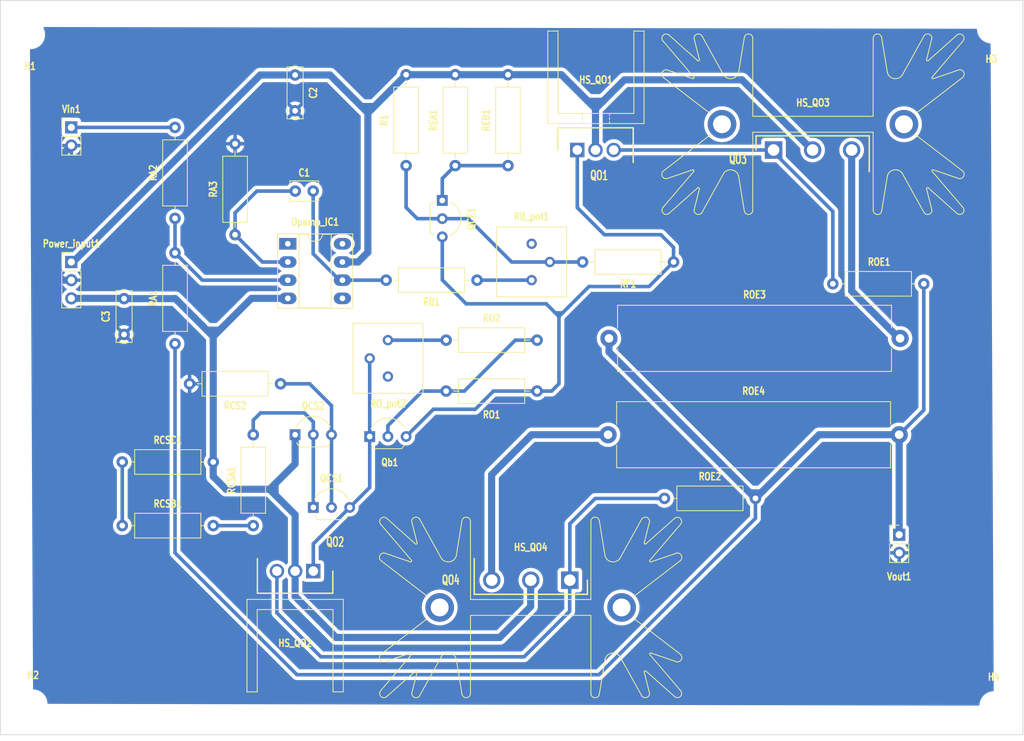
<source format=kicad_pcb>
(kicad_pcb (version 20221018) (generator pcbnew)
  (layers (0 "F.Cu" signal) (31 "B.Cu" signal) (34 "B.Paste" user) (35 "F.Paste" user) (36 "B.SilkS" user "B.Silkscreen") (37 "F.SilkS" user "F.Silkscreen") (38 "B.Mask" user) (39 "F.Mask" user) (44 "Edge.Cuts" user))
  (net 0 "")
  (net 1 "GND")
  (net 2 "Net-(Opamp_IC1-OUT)")
  (net 4 "Net-(Opamp_IC1-IN+)")
  (net 5 "-15V")
  (net 7 "+15V")
  (net 9 "Net-(QCS1-C)")
  (net 10 "Net-(Qb1-B)")
  (net 11 "Net-(QCE1-E)")
  (net 12 "Net-(QCE1-B)")
  (net 13 "Net-(QCE1-C)")
  (net 14 "Net-(QCS1-E)")
  (net 15 "Net-(QCS1-B)")
  (net 16 "Net-(QO1-E)")
  (net 17 "Net-(QO2-E)")
  (net 18 "Net-(QO3-E)")
  (net 19 "Net-(QO4-E)")
  (net 20 "/Vout")
  (net 21 "Net-(Vin1-Pin_1)")
  (net 22 "Net-(RB1-Pad1)")
  (net 24 "Net-(RO2-Pad1)")
  (net 26 "Net-(Opamp_IC1-IN-)")
  (net 27 "Net-(RCSA1-Pad1)")
  (net 28 "Net-(RCSB1-Pad1)")
  (footprint "Resistor_THT:R_Axial_DIN0309_L9.0mm_D3.2mm_P12.70mm_Horizontal" (layer "F.Cu") (at 98.806 87.884 180)
    (fp_text reference "RB1" (at 6.35 -3.048) (layer "F.SilkS") (effects (font (size 1 0.8) (thickness 0.2) bold)))
    (fp_text value "5.6k")
    (pad "1" thru_hole circle (at 0 0 180) (size 1.6 1.6) (drill 0.8) (layers "*.Cu" "*.Mask") (net 22 "Net-(RB1-Pad1)"))
    (pad "2" thru_hole oval (at 12.7 0 180) (size 1.6 1.6) (drill 0.8) (layers "*.Cu" "*.Mask") (net 2 "Net-(Opamp_IC1-OUT)"))
  )
  (footprint "Capacitor_THT:C_Rect_L7.0mm_W2.0mm_P5.00mm" (layer "F.Cu") (at 73.406 59.222 -90)
    (fp_text reference "C2" (at 2.5 -2.54 90) (layer "F.SilkS") (effects (font (size 1 0.8) (thickness 0.2) bold)))
    (fp_text value "0.22u")
    (pad "1" thru_hole circle (at 0 0 270) (size 1.6 1.6) (drill 0.8) (layers "*.Cu" "*.Mask") (net 7 "+15V"))
    (pad "2" thru_hole circle (at 5 0 270) (size 1.6 1.6) (drill 0.8) (layers "*.Cu" "*.Mask") (net 1 "GND"))
  )
  (footprint "SamacSys_Parts:TO254P483X1010X2035-3P" (layer "F.Cu") (at 112.8 69.7)
    (fp_text reference "QO1" (at 3.048 3.556) (layer "F.SilkS") (effects (font (size 1.27 0.8) (thickness 0.2))))
    (fp_text value "MJE15034G" hide)
    (pad "1" thru_hole rect (at 0 0) (size 2.01 2.01) (drill 1.34) (layers "*.Cu" "*.Mask") (net 13 "Net-(QCE1-C)"))
    (pad "2" thru_hole circle (at 2.54 0) (size 2.01 2.01) (drill 1.34) (layers "*.Cu" "*.Mask") (net 7 "+15V"))
    (pad "3" thru_hole circle (at 5.08 0) (size 2.01 2.01) (drill 1.34) (layers "*.Cu" "*.Mask") (net 16 "Net-(QO1-E)"))
  )
  (footprint "Connector_PinHeader_2.54mm:PinHeader_1x03_P2.54mm_Vertical" (layer "F.Cu") (at 42.164 85.344)
    (fp_text reference "Power_input1" (at 0 -2.555) (layer "F.SilkS") (effects (font (size 1 0.8) (thickness 0.2) bold)))
    (fp_text value "Conn_01x03")
    (pad "1" thru_hole rect (at 0 0) (size 1.7 1.7) (drill 1) (layers "*.Cu" "*.Mask") (net 7 "+15V"))
    (pad "2" thru_hole oval (at 0 2.54) (size 1.7 1.7) (drill 1) (layers "*.Cu" "*.Mask") (net 1 "GND"))
    (pad "3" thru_hole oval (at 0 5.08) (size 1.7 1.7) (drill 1) (layers "*.Cu" "*.Mask") (net 5 "-15V"))
  )
  (footprint "Resistor_THT:R_Axial_DIN0309_L9.0mm_D3.2mm_P12.70mm_Horizontal" (layer "F.Cu") (at 56.642 96.774 90)
    (fp_text reference "RA1" (at 6.35 -3.048 90) (layer "F.SilkS") (effects (font (size 1 0.8) (thickness 0.2) bold)))
    (fp_text value "100k")
    (pad "1" thru_hole circle (at 0 0 90) (size 1.6 1.6) (drill 0.8) (layers "*.Cu" "*.Mask") (net 20 "/Vout"))
    (pad "2" thru_hole oval (at 12.7 0 90) (size 1.6 1.6) (drill 0.8) (layers "*.Cu" "*.Mask") (net 4 "Net-(Opamp_IC1-IN+)"))
  )
  (footprint "Resistor_THT:R_Axial_DIN0309_L9.0mm_D3.2mm_P12.70mm_Horizontal" (layer "F.Cu") (at 71.374 102.362 180)
    (fp_text reference "RCS2" (at 6.35 -3.048) (layer "F.SilkS") (effects (font (size 1 0.8) (thickness 0.2) bold)))
    (fp_text value "12k")
    (pad "1" thru_hole circle (at 0 0 180) (size 1.6 1.6) (drill 0.8) (layers "*.Cu" "*.Mask") (net 15 "Net-(QCS1-B)"))
    (pad "2" thru_hole oval (at 12.7 0 180) (size 1.6 1.6) (drill 0.8) (layers "*.Cu" "*.Mask") (net 1 "GND"))
  )
  (footprint "Resistor_THT:R_Axial_DIN0309_L9.0mm_D3.2mm_P12.70mm_Horizontal" (layer "F.Cu") (at 95.758 71.882 90)
    (fp_text reference "REA1" (at 6.35 -3.048 90) (layer "F.SilkS") (effects (font (size 1 0.8) (thickness 0.2) bold)))
    (fp_text value "47")
    (pad "1" thru_hole circle (at 0 0 90) (size 1.6 1.6) (drill 0.8) (layers "*.Cu" "*.Mask") (net 11 "Net-(QCE1-E)"))
    (pad "2" thru_hole oval (at 12.7 0 90) (size 1.6 1.6) (drill 0.8) (layers "*.Cu" "*.Mask") (net 7 "+15V"))
  )
  (footprint "Resistor_THT:R_Axial_DIN0309_L9.0mm_D3.2mm_P12.70mm_Horizontal" (layer "F.Cu") (at 161.174 88.392 180)
    (fp_text reference "ROE1" (at 6.234 3.048) (layer "F.SilkS") (effects (font (size 1 0.8) (thickness 0.2) bold)))
    (fp_text value "1k")
    (pad "1" thru_hole circle (at 0 0 180) (size 1.6 1.6) (drill 0.8) (layers "*.Cu" "*.Mask") (net 20 "/Vout"))
    (pad "2" thru_hole oval (at 12.7 0 180) (size 1.6 1.6) (drill 0.8) (layers "*.Cu" "*.Mask") (net 16 "Net-(QO1-E)"))
  )
  (footprint "Package_TO_SOT_THT:TO-92L_Inline_Wide" (layer "F.Cu") (at 73.406 109.474)
    (fp_text reference "QCS2" (at 2.54 -4.006) (layer "F.SilkS") (effects (font (size 1 0.8) (thickness 0.2) bold)))
    (fp_text value "2N5551")
    (pad "1" thru_hole rect (at 0 0) (size 1.5 1.5) (drill 0.8) (layers "*.Cu" "*.Mask") (net 5 "-15V"))
    (pad "2" thru_hole circle (at 2.54 0) (size 1.5 1.5) (drill 0.8) (layers "*.Cu" "*.Mask") (net 14 "Net-(QCS1-E)"))
    (pad "3" thru_hole circle (at 5.08 0) (size 1.5 1.5) (drill 0.8) (layers "*.Cu" "*.Mask") (net 15 "Net-(QCS1-B)"))
  )
  (footprint "Heatsink:Heatsink_Fischer_SK129-STS_42x25mm_2xDrill2.5mm" (layer "F.Cu") (at 145.7 66.1)
    (fp_text reference "HS_QO3" (at 0 -3) (layer "F.SilkS") (effects (font (size 1 0.8) (thickness 0.2))))
    (fp_text value "Heatsink")
    (pad "1" thru_hole circle (at -12.7 0 180) (size 4 4) (drill 2.5) (layers "*.Cu" "*.Mask"))
    (pad "1" thru_hole circle (at 12.7 0) (size 4 4) (drill 2.5) (layers "*.Cu" "*.Mask"))
  )
  (footprint "Capacitor_THT:C_Rect_L7.0mm_W2.0mm_P5.00mm" (layer "F.Cu") (at 49.53 95.464 90)
    (fp_text reference "C3" (at 2.5 -2.54 90) (layer "F.SilkS") (effects (font (size 1 0.8) (thickness 0.2) bold)))
    (fp_text value "0.22u")
    (pad "1" thru_hole circle (at 0 0 90) (size 1.6 1.6) (drill 0.8) (layers "*.Cu" "*.Mask") (net 1 "GND"))
    (pad "2" thru_hole circle (at 5 0 90) (size 1.6 1.6) (drill 0.8) (layers "*.Cu" "*.Mask") (net 5 "-15V"))
  )
  (footprint "Resistor_THT:R_Axial_DIN0309_L9.0mm_D3.2mm_P12.70mm_Horizontal" (layer "F.Cu") (at 56.642 79.248 90)
    (fp_text reference "RA2" (at 6.35 -3.048 90) (layer "F.SilkS") (effects (font (size 1 0.8) (thickness 0.2) bold)))
    (fp_text value "22k")
    (pad "1" thru_hole circle (at 0 0 90) (size 1.6 1.6) (drill 0.8) (layers "*.Cu" "*.Mask") (net 4 "Net-(Opamp_IC1-IN+)"))
    (pad "2" thru_hole oval (at 12.7 0 90) (size 1.6 1.6) (drill 0.8) (layers "*.Cu" "*.Mask") (net 21 "Net-(Vin1-Pin_1)"))
  )
  (footprint "Package_TO_SOT_THT:TO-92L_Inline_Wide" (layer "F.Cu") (at 93.95 76.75 -90)
    (fp_text reference "QCE1" (at 2.54 -4.064 90) (layer "F.SilkS") (effects (font (size 1 0.8) (thickness 0.2) bold)))
    (fp_text value "2N3906")
    (pad "1" thru_hole rect (at 0 0 270) (size 1.5 1.5) (drill 0.8) (layers "*.Cu" "*.Mask") (net 11 "Net-(QCE1-E)"))
    (pad "2" thru_hole circle (at 2.54 0 270) (size 1.5 1.5) (drill 0.8) (layers "*.Cu" "*.Mask") (net 12 "Net-(QCE1-B)"))
    (pad "3" thru_hole circle (at 5.08 0 270) (size 1.5 1.5) (drill 0.8) (layers "*.Cu" "*.Mask") (net 13 "Net-(QCE1-C)"))
  )
  (footprint "Resistor_THT:R_Axial_DIN0309_L9.0mm_D3.2mm_P12.70mm_Horizontal" (layer "F.Cu") (at 94.488 96.266)
    (fp_text reference "RO2" (at 6.35 -3.048) (layer "F.SilkS") (effects (font (size 1 0.8) (thickness 0.2) bold)))
    (fp_text value "820")
    (pad "1" thru_hole circle (at 0 0) (size 1.6 1.6) (drill 0.8) (layers "*.Cu" "*.Mask") (net 24 "Net-(RO2-Pad1)"))
    (pad "2" thru_hole oval (at 12.7 0) (size 1.6 1.6) (drill 0.8) (layers "*.Cu" "*.Mask") (net 10 "Net-(Qb1-B)"))
  )
  (footprint "SamacSys_Parts:TO545P500X1560X2380-3P" (layer "F.Cu") (at 140.2 69.7)
    (fp_text reference "QO3" (at -4.964 1.287) (layer "F.SilkS") (effects (font (size 1.27 0.8) (thickness 0.2))))
    (fp_text value "NJW3281G" hide)
    (pad "1" thru_hole rect (at 0 0) (size 2.43 2.43) (drill 1.62) (layers "*.Cu" "*.Mask") (net 16 "Net-(QO1-E)"))
    (pad "2" thru_hole circle (at 5.45 0) (size 2.43 2.43) (drill 1.62) (layers "*.Cu" "*.Mask") (net 7 "+15V"))
    (pad "3" thru_hole circle (at 10.9 0) (size 2.43 2.43) (drill 1.62) (layers "*.Cu" "*.Mask") (net 18 "Net-(QO3-E)"))
  )
  (footprint "Potentiometer_THT:Potentiometer_Bourns_3386P_Vertical" (layer "F.Cu") (at 106.426 87.884)
    (fp_text reference "RB_pot1" (at 0 -8.89) (layer "F.SilkS") (effects (font (size 1 0.8) (thickness 0.2) bold)))
    (fp_text value "5k")
    (pad "1" thru_hole circle (at 0 0) (size 1.44 1.44) (drill 0.8) (layers "*.Cu" "*.Mask") (net 22 "Net-(RB1-Pad1)"))
    (pad "2" thru_hole circle (at 2.54 -2.54) (size 1.44 1.44) (drill 0.8) (layers "*.Cu" "*.Mask") (net 12 "Net-(QCE1-B)"))
    (pad "3" thru_hole circle (at 0 -5.08) (size 1.44 1.44) (drill 0.8) (layers "*.Cu" "*.Mask"))
  )
  (footprint "Connector_PinHeader_2.54mm:PinHeader_1x02_P2.54mm_Vertical" (layer "F.Cu") (at 42.164 66.543)
    (fp_text reference "Vin1" (at 0 -2.54) (layer "F.SilkS") (effects (font (size 1 0.8) (thickness 0.2) bold)))
    (fp_text value "Conn_01x02")
    (pad "1" thru_hole rect (at 0 0) (size 1.7 1.7) (drill 1) (layers "*.Cu" "*.Mask") (net 21 "Net-(Vin1-Pin_1)"))
    (pad "2" thru_hole oval (at 0 2.54) (size 1.7 1.7) (drill 1) (layers "*.Cu" "*.Mask") (net 1 "GND"))
  )
  (footprint "Package_DIP:DIP-8_W7.62mm_Socket_LongPads" (layer "F.Cu") (at 72.39 82.804)
    (fp_text reference "Opamp_IC1" (at 3.81 -3.048) (layer "F.SilkS") (effects (font (size 1 0.8) (thickness 0.2) bold)))
    (fp_text value "LF411CP")
    (pad "1" thru_hole rect (at 0 0) (size 2.4 1.6) (drill 0.8) (layers "*.Cu" "*.Mask"))
    (pad "2" thru_hole oval (at 0 2.54) (size 2.4 1.6) (drill 0.8) (layers "*.Cu" "*.Mask") (net 26 "Net-(Opamp_IC1-IN-)"))
    (pad "3" thru_hole oval (at 0 5.08) (size 2.4 1.6) (drill 0.8) (layers "*.Cu" "*.Mask") (net 4 "Net-(Opamp_IC1-IN+)"))
    (pad "4" thru_hole oval (at 0 7.62) (size 2.4 1.6) (drill 0.8) (layers "*.Cu" "*.Mask") (net 5 "-15V"))
    (pad "5" thru_hole oval (at 7.62 7.62) (size 2.4 1.6) (drill 0.8) (layers "*.Cu" "*.Mask"))
    (pad "6" thru_hole oval (at 7.62 5.08) (size 2.4 1.6) (drill 0.8) (layers "*.Cu" "*.Mask") (net 2 "Net-(Opamp_IC1-OUT)"))
    (pad "7" thru_hole oval (at 7.62 2.54) (size 2.4 1.6) (drill 0.8) (layers "*.Cu" "*.Mask") (net 7 "+15V"))
    (pad "8" thru_hole oval (at 7.62 0) (size 2.4 1.6) (drill 0.8) (layers "*.Cu" "*.Mask"))
  )
  (footprint "Package_TO_SOT_THT:TO-92L_Inline_Wide" (layer "F.Cu") (at 83.82 109.728)
    (fp_text reference "Qb1" (at 2.804 3.614) (layer "F.SilkS") (effects (font (size 1 0.8) (thickness 0.2) bold)))
    (fp_text value "2N5551")
    (pad "1" thru_hole rect (at 0 0) (size 1.5 1.5) (drill 0.8) (layers "*.Cu" "*.Mask") (net 9 "Net-(QCS1-C)"))
    (pad "2" thru_hole circle (at 2.54 0) (size 1.5 1.5) (drill 0.8) (layers "*.Cu" "*.Mask") (net 10 "Net-(Qb1-B)"))
    (pad "3" thru_hole circle (at 5.08 0) (size 1.5 1.5) (drill 0.8) (layers "*.Cu" "*.Mask") (net 13 "Net-(QCE1-C)"))
  )
  (footprint "Resistor_THT:R_Axial_DIN0309_L9.0mm_D3.2mm_P12.70mm_Horizontal" (layer "F.Cu") (at 49.276 122.174)
    (fp_text reference "RCSB1" (at 6.35 -3.048) (layer "F.SilkS") (effects (font (size 1 0.8) (thickness 0.2) bold)))
    (fp_text value "10")
    (pad "1" thru_hole circle (at 0 0) (size 1.6 1.6) (drill 0.8) (layers "*.Cu" "*.Mask") (net 28 "Net-(RCSB1-Pad1)"))
    (pad "2" thru_hole oval (at 12.7 0) (size 1.6 1.6) (drill 0.8) (layers "*.Cu" "*.Mask") (net 27 "Net-(RCSA1-Pad1)"))
  )
  (footprint "MountingHole:MountingHole_3mm" (layer "F.Cu") (at 36.83 147.066)
    (fp_text reference "H2" (at 0 -4) (layer "F.SilkS") (effects (font (size 1 0.8) (thickness 0.2) bold)))
    (fp_text value "MountingHole")
    (pad "" np_thru_hole circle (at 0 0) (size 3 3) (drill 3) (layers "*.Cu" "*.Mask"))
  )
  (footprint "Resistor_THT:R_Axial_Power_L38.0mm_W9.0mm_P40.64mm" (layer "F.Cu") (at 117.221 96.012)
    (fp_text reference "ROE3" (at 20.32 -6.096) (layer "F.SilkS") (effects (font (size 1 0.8) (thickness 0.2) bold)))
    (fp_text value "0.25 (10W)")
    (pad "1" thru_hole circle (at 0 0) (size 2.4 2.4) (drill 1.2) (layers "*.Cu" "*.Mask") (net 20 "/Vout"))
    (pad "2" thru_hole oval (at 40.64 0) (size 2.4 2.4) (drill 1.2) (layers "*.Cu" "*.Mask") (net 18 "Net-(QO3-E)"))
  )
  (footprint "Resistor_THT:R_Axial_DIN0309_L9.0mm_D3.2mm_P12.70mm_Horizontal" (layer "F.Cu") (at 103.124 71.882 90)
    (fp_text reference "REB1" (at 6.35 -3.048 90) (layer "F.SilkS") (effects (font (size 1 0.8) (thickness 0.2) bold)))
    (fp_text value "47")
    (pad "1" thru_hole circle (at 0 0 90) (size 1.6 1.6) (drill 0.8) (layers "*.Cu" "*.Mask") (net 11 "Net-(QCE1-E)"))
    (pad "2" thru_hole oval (at 12.7 0 90) (size 1.6 1.6) (drill 0.8) (layers "*.Cu" "*.Mask") (net 7 "+15V"))
  )
  (footprint "Heatsink:Heatsink_Stonecold_HS-S03_13.21x12.7mm" (layer "F.Cu") (at 73.406 132.588)
    (fp_text reference "HS_QO2" (at 0 6) (layer "F.SilkS") (effects (font (size 1 0.8) (thickness 0.2))))
    (fp_text value "Heatsink")
  )
  (footprint "Resistor_THT:R_Axial_DIN0309_L9.0mm_D3.2mm_P12.70mm_Horizontal" (layer "F.Cu") (at 126.238 85.344 180)
    (fp_text reference "RF1" (at 6.35 -3.048) (layer "F.SilkS") (effects (font (size 1 0.8) (thickness 0.2) bold)))
    (fp_text value "82k")
    (pad "1" thru_hole circle (at 0 0 180) (size 1.6 1.6) (drill 0.8) (layers "*.Cu" "*.Mask") (net 13 "Net-(QCE1-C)"))
    (pad "2" thru_hole oval (at 12.7 0 180) (size 1.6 1.6) (drill 0.8) (layers "*.Cu" "*.Mask") (net 12 "Net-(QCE1-B)"))
  )
  (footprint "Package_TO_SOT_THT:TO-92L_Inline_Wide" (layer "F.Cu") (at 75.946 119.634)
    (fp_text reference "QCS1" (at 2.54 -4.064) (layer "F.SilkS") (effects (font (size 1 0.8) (thickness 0.2) bold)))
    (fp_text value "2N5551")
    (pad "1" thru_hole rect (at 0 0) (size 1.5 1.5) (drill 0.8) (layers "*.Cu" "*.Mask") (net 14 "Net-(QCS1-E)"))
    (pad "2" thru_hole circle (at 2.54 0) (size 1.5 1.5) (drill 0.8) (layers "*.Cu" "*.Mask") (net 15 "Net-(QCS1-B)"))
    (pad "3" thru_hole circle (at 5.08 0) (size 1.5 1.5) (drill 0.8) (layers "*.Cu" "*.Mask") (net 9 "Net-(QCS1-C)"))
  )
  (footprint "SamacSys_Parts:TO254P483X1010X2035-3P" (layer "F.Cu") (at 75.946 128.524 180)
    (fp_text reference "QO2" (at -3.048 4.064) (layer "F.SilkS") (effects (font (size 1.27 0.8) (thickness 0.2))))
    (fp_text value "MJE15035G" hide)
    (pad "1" thru_hole rect (at 0 0 180) (size 2.01 2.01) (drill 1.34) (layers "*.Cu" "*.Mask") (net 9 "Net-(QCS1-C)"))
    (pad "2" thru_hole circle (at 2.54 0 180) (size 2.01 2.01) (drill 1.34) (layers "*.Cu" "*.Mask") (net 5 "-15V"))
    (pad "3" thru_hole circle (at 5.08 0 180) (size 2.01 2.01) (drill 1.34) (layers "*.Cu" "*.Mask") (net 17 "Net-(QO2-E)"))
  )
  (footprint "MountingHole:MountingHole_3mm" (layer "F.Cu") (at 170.6 52.8)
    (fp_text reference "H3" (at 0 4.2) (layer "F.SilkS") (effects (font (size 1 0.8) (thickness 0.2) bold)))
    (fp_text value "MountingHole")
    (pad "" np_thru_hole circle (at 0 0) (size 3 3) (drill 3) (layers "*.Cu" "*.Mask"))
  )
  (footprint "SamacSys_Parts:TO545P500X1560X2380-3P" (layer "F.Cu") (at 111.76 129.794 180)
    (fp_text reference "QO4" (at 16.626 0.017) (layer "F.SilkS") (effects (font (size 1.27 0.8) (thickness 0.2))))
    (fp_text value "NJW1302G" hide)
    (pad "1" thru_hole rect (at 0 0 180) (size 2.43 2.43) (drill 1.62) (layers "*.Cu" "*.Mask") (net 17 "Net-(QO2-E)"))
    (pad "2" thru_hole circle (at 5.45 0 180) (size 2.43 2.43) (drill 1.62) (layers "*.Cu" "*.Mask") (net 5 "-15V"))
    (pad "3" thru_hole circle (at 10.9 0 180) (size 2.43 2.43) (drill 1.62) (layers "*.Cu" "*.Mask") (net 19 "Net-(QO4-E)"))
  )
  (footprint "Connector_PinHeader_2.54mm:PinHeader_1x02_P2.54mm_Vertical" (layer "F.Cu") (at 157.734 123.444)
    (fp_text reference "Vout1" (at 0 5.847) (layer "F.SilkS") (effects (font (size 1 0.8) (thickness 0.2) bold)))
    (fp_text value "Conn_01x02")
    (pad "1" thru_hole rect (at 0 0) (size 1.7 1.7) (drill 1) (layers "*.Cu" "*.Mask") (net 20 "/Vout"))
    (pad "2" thru_hole oval (at 0 2.54) (size 1.7 1.7) (drill 1) (layers "*.Cu" "*.Mask") (net 1 "GND"))
  )
  (footprint "Resistor_THT:R_Axial_DIN0309_L9.0mm_D3.2mm_P12.70mm_Horizontal" (layer "F.Cu") (at 65.024 81.534 90)
    (fp_text reference "RA3" (at 6.35 -3.048 90) (layer "F.SilkS") (effects (font (size 1 0.8) (thickness 0.2) bold)))
    (fp_text value "22k")
    (pad "1" thru_hole circle (at 0 0 90) (size 1.6 1.6) (drill 0.8) (layers "*.Cu" "*.Mask") (net 26 "Net-(Opamp_IC1-IN-)"))
    (pad "2" thru_hole oval (at 12.7 0 90) (size 1.6 1.6) (drill 0.8) (layers "*.Cu" "*.Mask") (net 1 "GND"))
  )
  (footprint "MountingHole:MountingHole_3mm" (layer "F.Cu") (at 36.5 53.6)
    (fp_text reference "H1" (at -0.1 4.4) (layer "F.SilkS") (effects (font (size 1 0.8) (thickness 0.2) bold)))
    (fp_text value "MountingHole")
    (pad "" np_thru_hole circle (at 0 0) (size 3 3) (drill 3) (layers "*.Cu" "*.Mask"))
  )
  (footprint "MountingHole:MountingHole_3mm" (layer "F.Cu") (at 170.942 147.32)
    (fp_text reference "H4" (at 0 -4) (layer "F.SilkS") (effects (font (size 1 0.8) (thickness 0.2) bold)))
    (fp_text value "MountingHole")
    (pad "" np_thru_hole circle (at 0 0) (size 3 3) (drill 3) (layers "*.Cu" "*.Mask"))
  )
  (footprint "Resistor_THT:R_Axial_DIN0309_L9.0mm_D3.2mm_P12.70mm_Horizontal" (layer "F.Cu") (at 94.488 103.378)
    (fp_text reference "RO1" (at 6.35 3.302) (layer "F.SilkS") (effects (font (size 1 0.8) (thickness 0.2) bold)))
    (fp_text value "3.3k")
    (pad "1" thru_hole circle (at 0 0) (size 1.6 1.6) (drill 0.8) (layers "*.Cu" "*.Mask") (net 10 "Net-(Qb1-B)"))
    (pad "2" thru_hole oval (at 12.7 0) (size 1.6 1.6) (drill 0.8) (layers "*.Cu" "*.Mask") (net 13 "Net-(QCE1-C)"))
  )
  (footprint "Resistor_THT:R_Axial_Power_L38.0mm_W9.0mm_P40.64mm" (layer "F.Cu") (at 117.094 109.474)
    (fp_text reference "ROE4" (at 20.32 -6.096) (layer "F.SilkS") (effects (font (size 1 0.8) (thickness 0.2) bold)))
    (fp_text value "0.25 (10W)")
    (pad "1" thru_hole circle (at 0 0) (size 2.4 2.4) (drill 1.2) (layers "*.Cu" "*.Mask") (net 19 "Net-(QO4-E)"))
    (pad "2" thru_hole oval (at 40.64 0) (size 2.4 2.4) (drill 1.2) (layers "*.Cu" "*.Mask") (net 20 "/Vout"))
  )
  (footprint "Capacitor_THT:C_Disc_D3.8mm_W2.6mm_P2.50mm" (layer "F.Cu") (at 73.426 75.438)
    (fp_text reference "C1" (at 1.25 -2.55) (layer "F.SilkS") (effects (font (size 1 0.8) (thickness 0.2) bold)))
    (fp_text value "22p")
    (pad "1" thru_hole circle (at 0 0) (size 1.6 1.6) (drill 0.8) (layers "*.Cu" "*.Mask") (net 26 "Net-(Opamp_IC1-IN-)"))
    (pad "2" thru_hole circle (at 2.5 0) (size 1.6 1.6) (drill 0.8) (layers "*.Cu" "*.Mask") (net 2 "Net-(Opamp_IC1-OUT)"))
  )
  (footprint "Potentiometer_THT:Potentiometer_Bourns_3386P_Vertical" (layer "F.Cu") (at 86.36 96.266 180)
    (fp_text reference "RO_pot2" (at -0.015 -8.89) (layer "F.SilkS") (effects (font (size 1 0.8) (thickness 0.2) bold)))
    (fp_text value "2K")
    (pad "1" thru_hole circle (at 0 0 180) (size 1.44 1.44) (drill 0.8) (layers "*.Cu" "*.Mask") (net 24 "Net-(RO2-Pad1)"))
    (pad "2" thru_hole circle (at 2.54 -2.54 180) (size 1.44 1.44) (drill 0.8) (layers "*.Cu" "*.Mask") (net 9 "Net-(QCS1-C)"))
    (pad "3" thru_hole circle (at 0 -5.08 180) (size 1.44 1.44) (drill 0.8) (layers "*.Cu" "*.Mask"))
  )
  (footprint "Resistor_THT:R_Axial_DIN0309_L9.0mm_D3.2mm_P12.70mm_Horizontal" (layer "F.Cu") (at 88.9 71.882 90)
    (fp_text reference "R1" (at 6.35 -3.048 90) (layer "F.SilkS") (effects (font (size 1 0.8) (thickness 0.2) bold)))
    (fp_text value "470")
    (pad "1" thru_hole circle (at 0 0 90) (size 1.6 1.6) (drill 0.8) (layers "*.Cu" "*.Mask") (net 12 "Net-(QCE1-B)"))
    (pad "2" thru_hole oval (at 12.7 0 90) (size 1.6 1.6) (drill 0.8) (layers "*.Cu" "*.Mask") (net 7 "+15V"))
  )
  (footprint "Heatsink:Heatsink_Stonecold_HS-S03_13.21x12.7mm" (layer "F.Cu") (at 115.4 65.9 180)
    (fp_text reference "HS_QO1" (at 0 6) (layer "F.SilkS") (effects (font (size 1 0.8) (thickness 0.2))))
    (fp_text value "Heatsink")
  )
  (footprint "Resistor_THT:R_Axial_DIN0309_L9.0mm_D3.2mm_P12.70mm_Horizontal" (layer "F.Cu") (at 49.276 113.284)
    (fp_text reference "RCSC1" (at 6.35 -3.048) (layer "F.SilkS") (effects (font (size 1 0.8) (thickness 0.2) bold)))
    (fp_text value "10")
    (pad "1" thru_hole circle (at 0 0) (size 1.6 1.6) (drill 0.8) (layers "*.Cu" "*.Mask") (net 28 "Net-(RCSB1-Pad1)"))
    (pad "2" thru_hole oval (at 12.7 0) (size 1.6 1.6) (drill 0.8) (layers "*.Cu" "*.Mask") (net 5 "-15V"))
  )
  (footprint "Resistor_THT:R_Axial_DIN0309_L9.0mm_D3.2mm_P12.70mm_Horizontal" (layer "F.Cu") (at 67.564 122.174 90)
    (fp_text reference "RCSA1" (at 6.35 -3.048 90) (layer "F.SilkS") (effects (font (size 1 0.8) (thickness 0.2) bold)))
    (fp_text value "47")
    (pad "1" thru_hole circle (at 0 0 90) (size 1.6 1.6) (drill 0.8) (layers "*.Cu" "*.Mask") (net 27 "Net-(RCSA1-Pad1)"))
    (pad "2" thru_hole oval (at 12.7 0 90) (size 1.6 1.6) (drill 0.8) (layers "*.Cu" "*.Mask") (net 14 "Net-(QCS1-E)"))
  )
  (footprint "Resistor_THT:R_Axial_DIN0309_L9.0mm_D3.2mm_P12.70mm_Horizontal" (layer "F.Cu") (at 124.968 118.364)
    (fp_text reference "ROE2" (at 6.35 -3.048) (layer "F.SilkS") (effects (font (size 1 0.8) (thickness 0.2) bold)))
    (fp_text value "1k")
    (pad "1" thru_hole circle (at 0 0) (size 1.6 1.6) (drill 0.8) (layers "*.Cu" "*.Mask") (net 17 "Net-(QO2-E)"))
    (pad "2" thru_hole oval (at 12.7 0) (size 1.6 1.6) (drill 0.8) (layers "*.Cu" "*.Mask") (net 20 "/Vout"))
  )
  (footprint "Heatsink:Heatsink_Fischer_SK129-STS_42x25mm_2xDrill2.5mm" (layer "F.Cu") (at 106.288 133.604)
    (fp_text reference "HS_QO4" (at 0.012 -8.404) (layer "F.SilkS") (effects (font (size 1 0.8) (thickness 0.2))))
    (fp_text value "Heatsink")
    (pad "1" thru_hole circle (at -12.7 0 180) (size 4 4) (drill 2.5) (layers "*.Cu" "*.Mask"))
    (pad "1" thru_hole circle (at 12.7 0) (size 4 4) (drill 2.5) (layers "*.Cu" "*.Mask"))
  )
  (gr_rect (start 32.258 48.796) (end 175.006 151.384) (stroke (width 0.1)) (fill none) (layer "Edge.Cuts"))
  (segment (start 42.164 69.083) (end 39.624 71.623) (width 1) (layer "B.Cu") (net 1))
  (segment (start 39.624 71.623) (end 39.624 86.546081) (width 1) (layer "B.Cu") (net 1))
  (segment (start 40.961919 87.884) (end 42.164 87.884) (width 1) (layer "B.Cu") (net 1))
  (segment (start 39.624 86.546081) (end 40.961919 87.884) (width 1) (layer "B.Cu") (net 1))
  (segment (start 75.926 84.2) (end 79.61 87.884) (width 0.5) (layer "B.Cu") (net 2))
  (segment (start 80.01 87.884) (end 86.106 87.884) (width 0.5) (layer "B.Cu") (net 2))
  (segment (start 75.926 75.438) (end 75.926 84.2) (width 0.5) (layer "B.Cu") (net 2))
  (segment (start 56.642 79.248) (end 56.642 84.074) (width 0.5) (layer "B.Cu") (net 4))
  (segment (start 72.39 87.884) (end 60.452 87.884) (width 0.5) (layer "B.Cu") (net 4))
  (segment (start 60.452 87.884) (end 56.642 84.074) (width 0.5) (layer "B.Cu") (net 4))
  (segment (start 61.087 94.869) (end 62.865 94.869) (width 1) (layer "B.Cu") (net 5))
  (segment (start 61.976 113.284) (end 61.976 115.316) (width 1) (layer "B.Cu") (net 5))
  (segment (start 70.612 117.856) (end 73.406 120.65) (width 1) (layer "B.Cu") (net 5))
  (segment (start 73.406 109.474) (end 73.406 113.538) (width 1) (layer "B.Cu") (net 5))
  (segment (start 73.406 128.524) (end 73.406 132.08) (width 1) (layer "B.Cu") (net 5))
  (segment (start 56.682 90.464) (end 61.087 94.869) (width 1) (layer "B.Cu") (net 5))
  (segment (start 73.406 113.538) (end 70.612 116.332) (width 1) (layer "B.Cu") (net 5))
  (segment (start 67.31 90.424) (end 72.39 90.424) (width 1) (layer "B.Cu") (net 5))
  (segment (start 70.612 116.332) (end 70.612 117.856) (width 1) (layer "B.Cu") (net 5))
  (segment (start 61.087 94.869) (end 61.976 95.758) (width 1) (layer "B.Cu") (net 5))
  (segment (start 49.53 90.464) (end 56.682 90.464) (width 1) (layer "B.Cu") (net 5))
  (segment (start 61.976 115.316) (end 63.754 117.094) (width 1) (layer "B.Cu") (net 5))
  (segment (start 106.288 133.488) (end 106.288 129.816) (width 1) (layer "B.Cu") (net 5))
  (segment (start 70.612 116.332) (end 69.85 117.094) (width 1) (layer "B.Cu") (net 5))
  (segment (start 62.865 94.869) (end 67.31 90.424) (width 1) (layer "B.Cu") (net 5))
  (segment (start 73.406 120.65) (end 73.406 128.524) (width 1) (layer "B.Cu") (net 5))
  (segment (start 73.406 132.08) (end 79.126 137.8) (width 1) (layer "B.Cu") (net 5))
  (segment (start 79.126 137.8) (end 101.976 137.8) (width 1) (layer "B.Cu") (net 5))
  (segment (start 106.288 129.816) (end 106.31 129.794) (width 1) (layer "B.Cu") (net 5))
  (segment (start 101.976 137.8) (end 106.288 133.488) (width 1) (layer "B.Cu") (net 5))
  (segment (start 61.976 95.758) (end 62.865 94.869) (width 1) (layer "B.Cu") (net 5))
  (segment (start 63.754 117.094) (end 69.85 117.094) (width 1) (layer "B.Cu") (net 5))
  (segment (start 61.976 95.758) (end 61.976 113.284) (width 1) (layer "B.Cu") (net 5))
  (segment (start 69.85 117.094) (end 70.612 117.856) (width 1) (layer "B.Cu") (net 5))
  (segment (start 42.164 90.424) (end 49.49 90.424) (width 1) (layer "B.Cu") (net 5))
  (segment (start 73.406 128.524) (end 73.406 129.494) (width 0.5) (layer "B.Cu") (net 5))
  (segment (start 49.49 90.424) (end 49.53 90.464) (width 1) (layer "B.Cu") (net 5))
  (segment (start 116.39 62.89) (end 119.38 59.9) (width 1) (layer "B.Cu") (net 7))
  (segment (start 83.058 64.008) (end 82.677 63.627) (width 1) (layer "B.Cu") (net 7))
  (segment (start 115.34 63.94) (end 114.3 62.9) (width 1) (layer "B.Cu") (net 7))
  (segment (start 114.3 62.9) (end 110.582 59.182) (width 1) (layer "B.Cu") (net 7))
  (segment (start 145.6 69.7) (end 145.65 69.7) (width 1) (layer "B.Cu") (net 7))
  (segment (start 82.21 85.344) (end 80.01 85.344) (width 1) (layer "B.Cu") (net 7))
  (segment (start 84.074 64.008) (end 83.566 64.516) (width 1) (layer "B.Cu") (net 7))
  (segment (start 88.9 59.182) (end 95.758 59.182) (width 1) (layer "B.Cu") (net 7))
  (segment (start 82.677 63.627) (end 84.455 63.627) (width 1) (layer "B.Cu") (net 7))
  (segment (start 95.758 59.182) (end 103.124 59.182) (width 1) (layer "B.Cu") (net 7))
  (segment (start 116.39 62.89) (end 114.31 62.89) (width 1) (layer "B.Cu") (net 7))
  (segment (start 83.566 83.988) (end 82.21 85.344) (width 1) (layer "B.Cu") (net 7))
  (segment (start 119.38 59.9) (end 135.8 59.9) (width 1) (layer "B.Cu") (net 7))
  (segment (start 82.677 63.627) (end 78.272 59.222) (width 1) (layer "B.Cu") (net 7))
  (segment (start 83.566 64.516) (end 83.566 83.988) (width 1) (layer "B.Cu") (net 7))
  (segment (start 83.566 64.516) (end 83.058 64.008) (width 1) (layer "B.Cu") (net 7))
  (segment (start 42.418 85.344) (end 42.164 85.344) (width 1) (layer "B.Cu") (net 7))
  (segment (start 115.34 69.7) (end 115.34 63.94) (width 1) (layer "B.Cu") (net 7))
  (segment (start 78.272 59.222) (end 73.406 59.222) (width 1) (layer "B.Cu") (net 7))
  (segment (start 110.582 59.182) (end 103.124 59.182) (width 1) (layer "B.Cu") (net 7))
  (segment (start 115.34 63.94) (end 116.39 62.89) (width 1) (layer "B.Cu") (net 7))
  (segment (start 114.31 62.89) (end 114.3 62.9) (width 1) (layer "B.Cu") (net 7))
  (segment (start 84.455 63.627) (end 84.074 64.008) (width 1) (layer "B.Cu") (net 7))
  (segment (start 73.406 59.222) (end 68.54 59.222) (width 1) (layer "B.Cu") (net 7))
  (segment (start 88.9 59.182) (end 84.455 63.627) (width 1) (layer "B.Cu") (net 7))
  (segment (start 135.8 59.9) (end 145.6 69.7) (width 1) (layer "B.Cu") (net 7))
  (segment (start 68.54 59.222) (end 42.418 85.344) (width 1) (layer "B.Cu") (net 7))
  (segment (start 83.82 109.728) (end 83.82 116.84) (width 0.5) (layer "B.Cu") (net 9))
  (segment (start 83.82 98.806) (end 83.82 109.728) (width 0.5) (layer "B.Cu") (net 9))
  (segment (start 83.82 116.84) (end 81.026 119.634) (width 0.5) (layer "B.Cu") (net 9))
  (segment (start 75.946 128.524) (end 75.946 124.714) (width 0.5) (layer "B.Cu") (net 9))
  (segment (start 75.946 124.714) (end 81.026 119.634) (width 0.5) (layer "B.Cu") (net 9))
  (segment (start 94.488 103.378) (end 91.186 103.378) (width 0.5) (layer "B.Cu") (net 10))
  (segment (start 86.36 109.728) (end 86.36 108.204) (width 0.5) (layer "B.Cu") (net 10))
  (segment (start 107.188 96.266) (end 104.14 96.266) (width 0.5) (layer "B.Cu") (net 10))
  (segment (start 97.028 103.378) (end 94.488 103.378) (width 0.5) (layer "B.Cu") (net 10))
  (segment (start 104.14 96.266) (end 97.028 103.378) (width 0.5) (layer "B.Cu") (net 10))
  (segment (start 91.186 103.378) (end 86.36 108.204) (width 0.5) (layer "B.Cu") (net 10))
  (segment (start 93.95 76.75) (end 93.95 73.69) (width 0.5) (layer "B.Cu") (net 11))
  (segment (start 95.758 71.882) (end 103.124 71.882) (width 0.5) (layer "B.Cu") (net 11))
  (segment (start 93.95 73.69) (end 95.758 71.882) (width 0.5) (layer "B.Cu") (net 11))
  (segment (start 90.466 79.29) (end 88.9 77.724) (width 0.5) (layer "B.Cu") (net 12))
  (segment (start 93.95 79.29) (end 90.466 79.29) (width 0.5) (layer "B.Cu") (net 12))
  (segment (start 97.578 79.29) (end 103.394 85.106) (width 0.5) (layer "B.Cu") (net 12))
  (segment (start 108.966 85.344) (end 113.538 85.344) (width 0.5) (layer "B.Cu") (net 12))
  (segment (start 103.632 85.344) (end 108.966 85.344) (width 0.5) (layer "B.Cu") (net 12))
  (segment (start 88.9 77.724) (end 88.9 71.882) (width 0.5) (layer "B.Cu") (net 12))
  (segment (start 93.95 79.29) (end 97.578 79.29) (width 0.5) (layer "B.Cu") (net 12))
  (segment (start 103.394 85.106) (end 103.632 85.344) (width 0.5) (layer "B.Cu") (net 12))
  (segment (start 93.95 81.83) (end 93.95 87.854) (width 0.5) (layer "B.Cu") (net 13))
  (segment (start 101.092 103.378) (end 107.188 103.378) (width 0.5) (layer "B.Cu") (net 13))
  (segment (start 109.22 103.378) (end 110.236 102.362) (width 0.5) (layer "B.Cu") (net 13))
  (segment (start 110.744 92.456) (end 110.236 92.964) (width 0.5) (layer "B.Cu") (net 13))
  (segment (start 112.8 77.748) (end 112.8 69.7) (width 0.5) (layer "B.Cu") (net 13))
  (segment (start 109.728 92.456) (end 110.744 92.456) (width 0.5) (layer "B.Cu") (net 13))
  (segment (start 116.586 81.534) (end 112.8 77.748) (width 0.5) (layer "B.Cu") (net 13))
  (segment (start 114.427 88.773) (end 110.744 92.456) (width 0.5) (layer "B.Cu") (net 13))
  (segment (start 107.188 103.378) (end 109.22 103.378) (width 0.5) (layer "B.Cu") (net 13))
  (segment (start 109.728 92.456) (end 108.458 91.186) (width 0.5) (layer "B.Cu") (net 13))
  (segment (start 92.71 105.918) (end 98.552 105.918) (width 0.5) (layer "B.Cu") (net 13))
  (segment (start 108.458 91.186) (end 97.282 91.186) (width 0.5) (layer "B.Cu") (net 13))
  (segment (start 110.236 92.964) (end 109.728 92.456) (width 0.5) (layer "B.Cu") (net 13))
  (segment (start 126.238 83.312) (end 124.46 81.534) (width 0.5) (layer "B.Cu") (net 13))
  (segment (start 88.9 109.728) (end 92.71 105.918) (width 0.5) (layer "B.Cu") (net 13))
  (segment (start 98.552 105.918) (end 101.092 103.378) (width 0.5) (layer "B.Cu") (net 13))
  (segment (start 124.46 81.534) (end 116.586 81.534) (width 0.5) (layer "B.Cu") (net 13))
  (segment (start 126.238 85.344) (end 122.809 88.773) (width 0.5) (layer "B.Cu") (net 13))
  (segment (start 93.95 87.854) (end 97.282 91.186) (width 0.5) (layer "B.Cu") (net 13))
  (segment (start 110.236 102.362) (end 110.236 92.964) (width 0.5) (layer "B.Cu") (net 13))
  (segment (start 122.809 88.773) (end 114.427 88.773) (width 0.5) (layer "B.Cu") (net 13))
  (segment (start 126.238 85.344) (end 126.238 83.312) (width 0.5) (layer "B.Cu") (net 13))
  (segment (start 67.564 107.442) (end 67.564 109.474) (width 0.5) (layer "B.Cu") (net 14))
  (segment (start 68.58 106.426) (end 67.564 107.442) (width 0.5) (layer "B.Cu") (net 14))
  (segment (start 75.946 109.474) (end 75.946 107.696) (width 0.5) (layer "B.Cu") (net 14))
  (segment (start 74.676 106.426) (end 68.58 106.426) (width 0.5) (layer "B.Cu") (net 14))
  (segment (start 75.946 107.696) (end 74.676 106.426) (width 0.5) (layer "B.Cu") (net 14))
  (segment (start 75.946 119.634) (end 75.946 109.474) (width 0.5) (layer "B.Cu") (net 14))
  (segment (start 78.486 105.41) (end 78.486 109.474) (width 0.5) (layer "B.Cu") (net 15))
  (segment (start 75.438 102.362) (end 78.486 105.41) (width 0.5) (layer "B.Cu") (net 15))
  (segment (start 78.486 119.634) (end 78.486 109.474) (width 0.5) (layer "B.Cu") (net 15))
  (segment (start 75.438 102.362) (end 71.374 102.362) (width 0.5) (layer "B.Cu") (net 15))
  (segment (start 140.2 70) (end 148.474 78.274) (width 0.5) (layer "B.Cu") (net 16))
  (segment (start 140.2 69.7) (end 140.2 70) (width 0.5) (layer "B.Cu") (net 16))
  (segment (start 148.474 78.274) (end 148.474 88.392) (width 0.5) (layer "B.Cu") (net 16))
  (segment (start 117.88 69.7) (end 140.2 69.7) (width 0.5) (layer "B.Cu") (net 16))
  (segment (start 111.738 129.816) (end 111.76 129.794) (width 0.5) (layer "B.Cu") (net 17))
  (segment (start 111.738 134.134) (end 111.738 129.816) (width 0.5) (layer "B.Cu") (net 17))
  (segment (start 124.951 118.381) (end 124.968 118.364) (width 0.5) (layer "B.Cu") (net 17))
  (segment (start 70.866 134.366) (end 77 140.5) (width 0.5) (layer "B.Cu") (net 17))
  (segment (start 70.866 128.524) (end 70.866 134.366) (width 0.5) (layer "B.Cu") (net 17))
  (segment (start 77 140.5) (end 105.372 140.5) (width 0.5) (layer "B.Cu") (net 17))
  (segment (start 105.372 140.5) (end 111.738 134.134) (width 0.5) (layer "B.Cu") (net 17))
  (segment (start 111.76 129.794) (end 111.76 121.92) (width 0.5) (layer "B.Cu") (net 17))
  (segment (start 115.299 118.381) (end 124.951 118.381) (width 0.5) (layer "B.Cu") (net 17))
  (segment (start 111.76 121.92) (end 115.299 118.381) (width 0.5) (layer "B.Cu") (net 17))
  (segment (start 151.1 69.7) (end 151.1 89.4) (width 1) (layer "B.Cu") (net 18))
  (segment (start 157.712 96.012) (end 157.861 96.012) (width 1) (layer "B.Cu") (net 18))
  (segment (start 151.1 89.4) (end 157.712 96.012) (width 1) (layer "B.Cu") (net 18))
  (segment (start 106.426 109.474) (end 100.838 115.062) (width 1) (layer "B.Cu") (net 19))
  (segment (start 100.838 129.772) (end 100.86 129.794) (width 1) (layer "B.Cu") (net 19))
  (segment (start 117.094 109.474) (end 106.426 109.474) (width 1) (layer "B.Cu") (net 19))
  (segment (start 100.838 115.062) (end 100.838 129.772) (width 1) (layer "B.Cu") (net 19))
  (segment (start 138.684 117.348) (end 137.668 118.364) (width 1) (layer "B.Cu") (net 20))
  (segment (start 136.652 117.348) (end 138.684 117.348) (width 0.5) (layer "B.Cu") (net 20))
  (segment (start 157.734 109.474) (end 146.558 109.474) (width 1) (layer "B.Cu") (net 20))
  (segment (start 146.558 109.474) (end 138.684 117.348) (width 1) (layer "B.Cu") (net 20))
  (segment (start 56.642 125.984) (end 56.642 96.774) (width 0.5) (layer "B.Cu") (net 20))
  (segment (start 137.668 118.364) (end 137.668 121.158) (width 0.5) (layer "B.Cu") (net 20))
  (segment (start 117.221 96.012) (end 117.221 97.917) (width 1) (layer "B.Cu") (net 20))
  (segment (start 157.734 109.474) (end 157.734 123.444) (width 1) (layer "B.Cu") (net 20))
  (segment (start 161.174 106.034) (end 157.734 109.474) (width 0.5) (layer "B.Cu") (net 20))
  (segment (start 161.174 88.392) (end 161.174 106.034) (width 0.5) (layer "B.Cu") (net 20))
  (segment (start 73.658 143) (end 56.642 125.984) (width 0.5) (layer "B.Cu") (net 20))
  (segment (start 117.221 97.917) (end 136.652 117.348) (width 1) (layer "B.Cu") (net 20))
  (segment (start 136.652 117.348) (end 137.668 118.364) (width 1) (layer "B.Cu") (net 20))
  (segment (start 115.826 143) (end 73.658 143) (width 0.5) (layer "B.Cu") (net 20))
  (segment (start 137.668 121.158) (end 115.826 143) (width 0.5) (layer "B.Cu") (net 20))
  (segment (start 42.164 66.543) (end 56.637 66.543) (width 0.5) (layer "B.Cu") (net 21))
  (segment (start 56.637 66.543) (end 56.642 66.548) (width 0.5) (layer "B.Cu") (net 21))
  (segment (start 106.426 87.884) (end 98.806 87.884) (width 0.5) (layer "B.Cu") (net 22))
  (segment (start 86.36 96.266) (end 94.488 96.266) (width 0.5) (layer "B.Cu") (net 24))
  (segment (start 72.39 85.344) (end 68.834 85.344) (width 0.5) (layer "B.Cu") (net 26))
  (segment (start 68.834 85.344) (end 65.024 81.534) (width 0.5) (layer "B.Cu") (net 26))
  (segment (start 73.426 75.438) (end 68.072 75.438) (width 0.5) (layer "B.Cu") (net 26))
  (segment (start 65.024 78.486) (end 65.024 81.534) (width 0.5) (layer "B.Cu") (net 26))
  (segment (start 68.072 75.438) (end 65.024 78.486) (width 0.5) (layer "B.Cu") (net 26))
  (segment (start 61.976 122.174) (end 67.564 122.174) (width 0.5) (layer "B.Cu") (net 27))
  (segment (start 49.276 122.174) (end 49.276 113.284) (width 0.5) (layer "B.Cu") (net 28))
  (zone (net 1) (net_name "GND") (layer "B.Cu") (connect_pads (clearance 0.5)) (min_thickness 0.25) (fill yes (thermal_gap 0.5) (thermal_bridge_width 0.5))
    (polygon (pts (xy 36.376 52.514) (xy 170.488 52.768) (xy 170.942 147.32) (xy 36.83 147.066)))
  )
)
</source>
